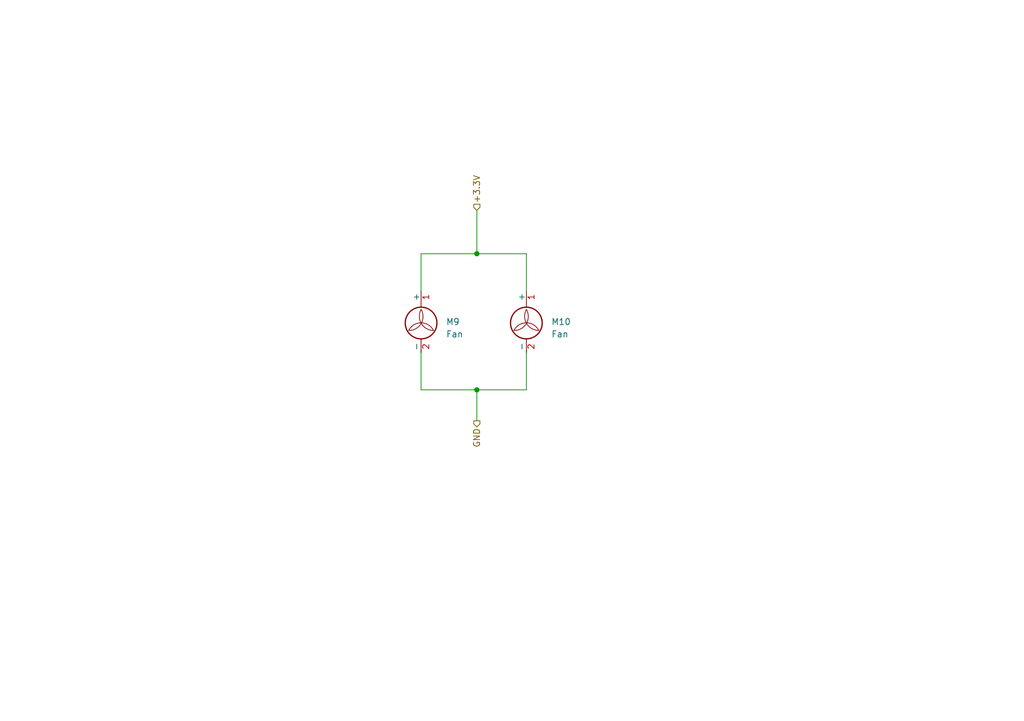
<source format=kicad_sch>
(kicad_sch (version 20231120) (generator "eeschema") (generator_version "8.0")
  (paper "A5")
  (title_block (title "Fans") (date "2024-12-28"))
  (lib_symbols
    (symbol "Motor:Fan" (pin_names (offset 0))
      (property "Reference" "M" (at 2.54 5.08 0))
      (property "Value" "Fan" (at 2.54 -2.54 0))
      (symbol "Fan_0_1"
        (arc (start -2.54 -0.508) (mid 0.0028 0.9121) (end 0 3.81))
        (polyline (pts (xy 0 -5.08) (xy 0 -4.572)))
        (polyline (pts (xy 0 -2.2352) (xy 0 -2.6416)))
        (polyline (pts (xy 0 4.2672) (xy 0 4.6228)))
        (polyline (pts (xy 0 4.572) (xy 0 5.08)))
        (circle (center 0 1.016) (radius 3.2512) (stroke (width 0.254)))
        (arc (start 0 3.81) (mid 0.053 0.921) (end 2.54 -0.508))
        (arc (start 2.54 -0.508) (mid 0 1.0618) (end -2.54 -0.508))
      )
      (symbol "Fan_1_1"
        (pin passive line (at 0 7.62 270) (length 2.54) (name "+") (number "1"))
        (pin passive line (at 0 -5.08 90) (length 2.54) (name "-") (number "2"))
      )
    )
  )
  (junction (at 97.79 80.01))
  (junction (at 97.79 52.07))
  (wire (pts (xy 97.79 52.07) (xy 107.95 52.07)))
  (wire (pts (xy 97.79 52.07) (xy 86.36 52.07)))
  (wire (pts (xy 107.95 59.69) (xy 107.95 52.07)))
  (wire (pts (xy 97.79 43.18) (xy 97.79 52.07)))
  (wire (pts (xy 86.36 72.39) (xy 86.36 80.01)))
  (wire (pts (xy 97.79 80.01) (xy 107.95 80.01)))
  (wire (pts (xy 97.79 80.01) (xy 97.79 86.36)))
  (wire (pts (xy 107.95 72.39) (xy 107.95 80.01)))
  (wire (pts (xy 86.36 80.01) (xy 97.79 80.01)))
  (wire (pts (xy 86.36 52.07) (xy 86.36 59.69)))
  (hierarchical_label "GND" (shape output) (at 97.79 86.36 270))
  (hierarchical_label "+3.3V" (shape input) (at 97.79 43.18 90))
  (symbol (lib_id "Motor:Fan") (at 107.95 67.31 0) (unit 1)
    (property "Reference" "M10" (at 113.03 66.0399 0) (effects (justify left)))
    (property "Value" "Fan" (at 113.03 68.5799 0) (effects (justify left)))
    (property "Footprint" "Library:FAN" (effects (hide yes)))
    (property "Description" "Fan" (effects (hide yes)))
  )
  (symbol (lib_id "Motor:Fan") (at 86.36 67.31 0) (unit 1)
    (property "Reference" "M9" (at 91.44 66.0399 0) (effects (justify left)))
    (property "Value" "Fan" (at 91.44 68.5799 0) (effects (justify left)))
    (property "Footprint" "Library:FAN" (effects (hide yes)))
    (property "Description" "Fan" (effects (hide yes)))
  )
)
</source>
